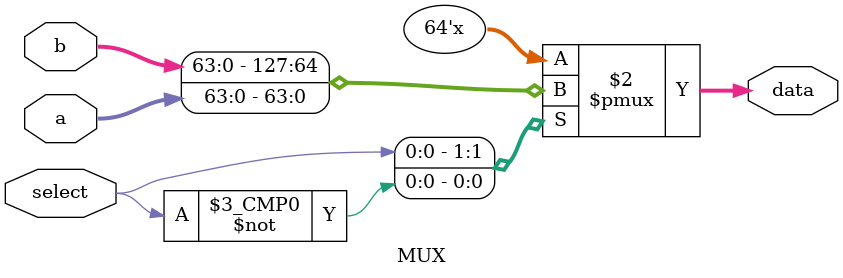
<source format=v>
module MUX
(
	input [63:0] a,
	input [63:0] b,
	input select,
	output reg [63:0] data
);
	always @ (a or b or select)
		begin
			case({select})
				1'b1: data <= b;
				1'b0: data <= a;
			endcase
		end
endmodule
</source>
